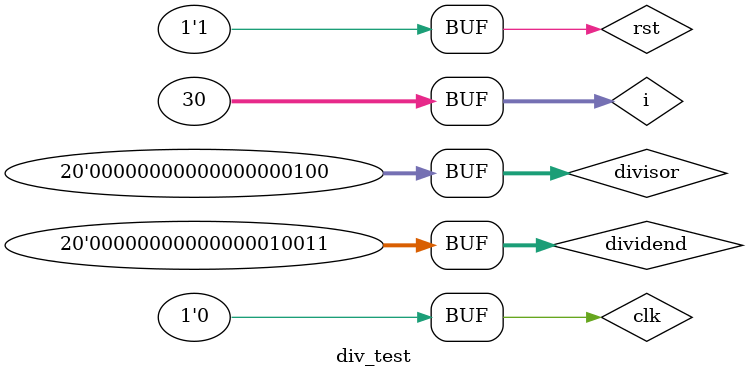
<source format=v>
`timescale 1ns / 1ps


module div_test;

	// Inputs
	reg clk;
	reg rst;
	reg [19:0] dividend;
	reg [19:0] divisor;

	// Outputs
	wire [19:0] quo;

	// test
	wire [5:0] cur;
	wire [39:0] pool;
	wire local_rst;

	// Instantiate the Unit Under Test (UUT)
	div uut (
		.clk(clk), 
		.rst(rst), 
		.dividend(dividend), 
		.divisor(divisor), 
		.quo(quo)
		// test
		,
		.cur_show(cur),
		.pool_show(pool),
		.rst_show(local_rst)
	);
	integer i;
	initial begin
		// Initialize Inputs
		clk = 0;
		rst = 1;
		dividend = 19;
		divisor = 4;
		#5;
		rst = 0;
		// Wait 100 ns for global reset to finish
		#10;
		rst = 1;
		// Add stimulus here
		for(i=0;i<30;i=i+1)begin
			clk = ~clk;
			#5;
		end
	end
      
endmodule


</source>
